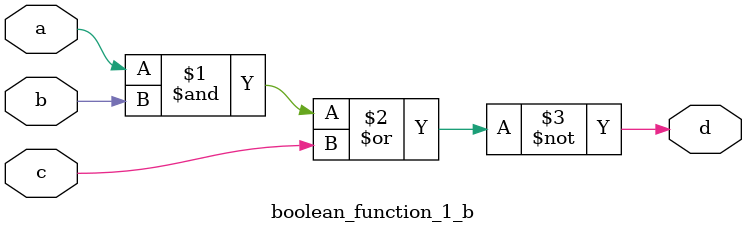
<source format=v>
`timescale 1ns / 1ps


module boolean_function_1_b(
    input a,
    input b,
    input c,
    output d
    );
    
assign d = ~((a & b) | c);

endmodule
</source>
